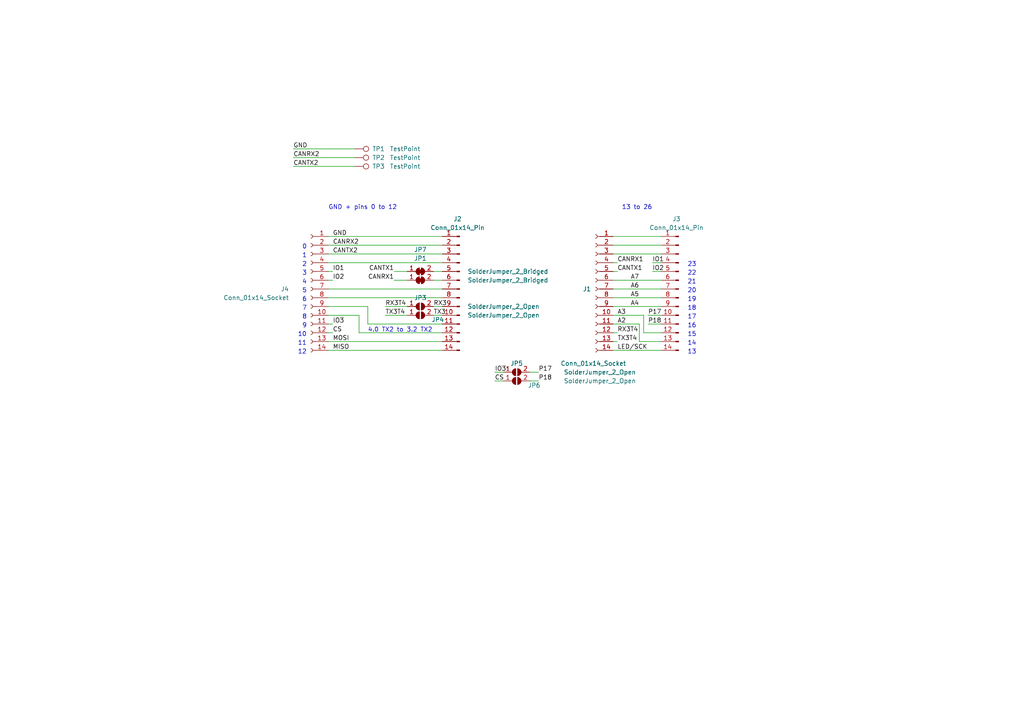
<source format=kicad_sch>
(kicad_sch (version 20230121) (generator eeschema)

  (uuid a15f0488-2f03-4fa0-a88c-aed6c7b384e8)

  (paper "A4")

  (lib_symbols
    (symbol "Connector:Conn_01x14_Pin" (pin_names (offset 1.016) hide) (in_bom yes) (on_board yes)
      (property "Reference" "J" (at 0 17.78 0)
        (effects (font (size 1.27 1.27)))
      )
      (property "Value" "Conn_01x14_Pin" (at 0 -20.32 0)
        (effects (font (size 1.27 1.27)))
      )
      (property "Footprint" "" (at 0 0 0)
        (effects (font (size 1.27 1.27)) hide)
      )
      (property "Datasheet" "~" (at 0 0 0)
        (effects (font (size 1.27 1.27)) hide)
      )
      (property "ki_locked" "" (at 0 0 0)
        (effects (font (size 1.27 1.27)))
      )
      (property "ki_keywords" "connector" (at 0 0 0)
        (effects (font (size 1.27 1.27)) hide)
      )
      (property "ki_description" "Generic connector, single row, 01x14, script generated" (at 0 0 0)
        (effects (font (size 1.27 1.27)) hide)
      )
      (property "ki_fp_filters" "Connector*:*_1x??_*" (at 0 0 0)
        (effects (font (size 1.27 1.27)) hide)
      )
      (symbol "Conn_01x14_Pin_1_1"
        (polyline
          (pts
            (xy 1.27 -17.78)
            (xy 0.8636 -17.78)
          )
          (stroke (width 0.1524) (type default))
          (fill (type none))
        )
        (polyline
          (pts
            (xy 1.27 -15.24)
            (xy 0.8636 -15.24)
          )
          (stroke (width 0.1524) (type default))
          (fill (type none))
        )
        (polyline
          (pts
            (xy 1.27 -12.7)
            (xy 0.8636 -12.7)
          )
          (stroke (width 0.1524) (type default))
          (fill (type none))
        )
        (polyline
          (pts
            (xy 1.27 -10.16)
            (xy 0.8636 -10.16)
          )
          (stroke (width 0.1524) (type default))
          (fill (type none))
        )
        (polyline
          (pts
            (xy 1.27 -7.62)
            (xy 0.8636 -7.62)
          )
          (stroke (width 0.1524) (type default))
          (fill (type none))
        )
        (polyline
          (pts
            (xy 1.27 -5.08)
            (xy 0.8636 -5.08)
          )
          (stroke (width 0.1524) (type default))
          (fill (type none))
        )
        (polyline
          (pts
            (xy 1.27 -2.54)
            (xy 0.8636 -2.54)
          )
          (stroke (width 0.1524) (type default))
          (fill (type none))
        )
        (polyline
          (pts
            (xy 1.27 0)
            (xy 0.8636 0)
          )
          (stroke (width 0.1524) (type default))
          (fill (type none))
        )
        (polyline
          (pts
            (xy 1.27 2.54)
            (xy 0.8636 2.54)
          )
          (stroke (width 0.1524) (type default))
          (fill (type none))
        )
        (polyline
          (pts
            (xy 1.27 5.08)
            (xy 0.8636 5.08)
          )
          (stroke (width 0.1524) (type default))
          (fill (type none))
        )
        (polyline
          (pts
            (xy 1.27 7.62)
            (xy 0.8636 7.62)
          )
          (stroke (width 0.1524) (type default))
          (fill (type none))
        )
        (polyline
          (pts
            (xy 1.27 10.16)
            (xy 0.8636 10.16)
          )
          (stroke (width 0.1524) (type default))
          (fill (type none))
        )
        (polyline
          (pts
            (xy 1.27 12.7)
            (xy 0.8636 12.7)
          )
          (stroke (width 0.1524) (type default))
          (fill (type none))
        )
        (polyline
          (pts
            (xy 1.27 15.24)
            (xy 0.8636 15.24)
          )
          (stroke (width 0.1524) (type default))
          (fill (type none))
        )
        (rectangle (start 0.8636 -17.653) (end 0 -17.907)
          (stroke (width 0.1524) (type default))
          (fill (type outline))
        )
        (rectangle (start 0.8636 -15.113) (end 0 -15.367)
          (stroke (width 0.1524) (type default))
          (fill (type outline))
        )
        (rectangle (start 0.8636 -12.573) (end 0 -12.827)
          (stroke (width 0.1524) (type default))
          (fill (type outline))
        )
        (rectangle (start 0.8636 -10.033) (end 0 -10.287)
          (stroke (width 0.1524) (type default))
          (fill (type outline))
        )
        (rectangle (start 0.8636 -7.493) (end 0 -7.747)
          (stroke (width 0.1524) (type default))
          (fill (type outline))
        )
        (rectangle (start 0.8636 -4.953) (end 0 -5.207)
          (stroke (width 0.1524) (type default))
          (fill (type outline))
        )
        (rectangle (start 0.8636 -2.413) (end 0 -2.667)
          (stroke (width 0.1524) (type default))
          (fill (type outline))
        )
        (rectangle (start 0.8636 0.127) (end 0 -0.127)
          (stroke (width 0.1524) (type default))
          (fill (type outline))
        )
        (rectangle (start 0.8636 2.667) (end 0 2.413)
          (stroke (width 0.1524) (type default))
          (fill (type outline))
        )
        (rectangle (start 0.8636 5.207) (end 0 4.953)
          (stroke (width 0.1524) (type default))
          (fill (type outline))
        )
        (rectangle (start 0.8636 7.747) (end 0 7.493)
          (stroke (width 0.1524) (type default))
          (fill (type outline))
        )
        (rectangle (start 0.8636 10.287) (end 0 10.033)
          (stroke (width 0.1524) (type default))
          (fill (type outline))
        )
        (rectangle (start 0.8636 12.827) (end 0 12.573)
          (stroke (width 0.1524) (type default))
          (fill (type outline))
        )
        (rectangle (start 0.8636 15.367) (end 0 15.113)
          (stroke (width 0.1524) (type default))
          (fill (type outline))
        )
        (pin passive line (at 5.08 15.24 180) (length 3.81)
          (name "Pin_1" (effects (font (size 1.27 1.27))))
          (number "1" (effects (font (size 1.27 1.27))))
        )
        (pin passive line (at 5.08 -7.62 180) (length 3.81)
          (name "Pin_10" (effects (font (size 1.27 1.27))))
          (number "10" (effects (font (size 1.27 1.27))))
        )
        (pin passive line (at 5.08 -10.16 180) (length 3.81)
          (name "Pin_11" (effects (font (size 1.27 1.27))))
          (number "11" (effects (font (size 1.27 1.27))))
        )
        (pin passive line (at 5.08 -12.7 180) (length 3.81)
          (name "Pin_12" (effects (font (size 1.27 1.27))))
          (number "12" (effects (font (size 1.27 1.27))))
        )
        (pin passive line (at 5.08 -15.24 180) (length 3.81)
          (name "Pin_13" (effects (font (size 1.27 1.27))))
          (number "13" (effects (font (size 1.27 1.27))))
        )
        (pin passive line (at 5.08 -17.78 180) (length 3.81)
          (name "Pin_14" (effects (font (size 1.27 1.27))))
          (number "14" (effects (font (size 1.27 1.27))))
        )
        (pin passive line (at 5.08 12.7 180) (length 3.81)
          (name "Pin_2" (effects (font (size 1.27 1.27))))
          (number "2" (effects (font (size 1.27 1.27))))
        )
        (pin passive line (at 5.08 10.16 180) (length 3.81)
          (name "Pin_3" (effects (font (size 1.27 1.27))))
          (number "3" (effects (font (size 1.27 1.27))))
        )
        (pin passive line (at 5.08 7.62 180) (length 3.81)
          (name "Pin_4" (effects (font (size 1.27 1.27))))
          (number "4" (effects (font (size 1.27 1.27))))
        )
        (pin passive line (at 5.08 5.08 180) (length 3.81)
          (name "Pin_5" (effects (font (size 1.27 1.27))))
          (number "5" (effects (font (size 1.27 1.27))))
        )
        (pin passive line (at 5.08 2.54 180) (length 3.81)
          (name "Pin_6" (effects (font (size 1.27 1.27))))
          (number "6" (effects (font (size 1.27 1.27))))
        )
        (pin passive line (at 5.08 0 180) (length 3.81)
          (name "Pin_7" (effects (font (size 1.27 1.27))))
          (number "7" (effects (font (size 1.27 1.27))))
        )
        (pin passive line (at 5.08 -2.54 180) (length 3.81)
          (name "Pin_8" (effects (font (size 1.27 1.27))))
          (number "8" (effects (font (size 1.27 1.27))))
        )
        (pin passive line (at 5.08 -5.08 180) (length 3.81)
          (name "Pin_9" (effects (font (size 1.27 1.27))))
          (number "9" (effects (font (size 1.27 1.27))))
        )
      )
    )
    (symbol "Connector:Conn_01x14_Socket" (pin_names (offset 1.016) hide) (in_bom yes) (on_board yes)
      (property "Reference" "J" (at 0 17.78 0)
        (effects (font (size 1.27 1.27)))
      )
      (property "Value" "Conn_01x14_Socket" (at 0 -20.32 0)
        (effects (font (size 1.27 1.27)))
      )
      (property "Footprint" "" (at 0 0 0)
        (effects (font (size 1.27 1.27)) hide)
      )
      (property "Datasheet" "~" (at 0 0 0)
        (effects (font (size 1.27 1.27)) hide)
      )
      (property "ki_locked" "" (at 0 0 0)
        (effects (font (size 1.27 1.27)))
      )
      (property "ki_keywords" "connector" (at 0 0 0)
        (effects (font (size 1.27 1.27)) hide)
      )
      (property "ki_description" "Generic connector, single row, 01x14, script generated" (at 0 0 0)
        (effects (font (size 1.27 1.27)) hide)
      )
      (property "ki_fp_filters" "Connector*:*_1x??_*" (at 0 0 0)
        (effects (font (size 1.27 1.27)) hide)
      )
      (symbol "Conn_01x14_Socket_1_1"
        (arc (start 0 -17.272) (mid -0.5058 -17.78) (end 0 -18.288)
          (stroke (width 0.1524) (type default))
          (fill (type none))
        )
        (arc (start 0 -14.732) (mid -0.5058 -15.24) (end 0 -15.748)
          (stroke (width 0.1524) (type default))
          (fill (type none))
        )
        (arc (start 0 -12.192) (mid -0.5058 -12.7) (end 0 -13.208)
          (stroke (width 0.1524) (type default))
          (fill (type none))
        )
        (arc (start 0 -9.652) (mid -0.5058 -10.16) (end 0 -10.668)
          (stroke (width 0.1524) (type default))
          (fill (type none))
        )
        (arc (start 0 -7.112) (mid -0.5058 -7.62) (end 0 -8.128)
          (stroke (width 0.1524) (type default))
          (fill (type none))
        )
        (arc (start 0 -4.572) (mid -0.5058 -5.08) (end 0 -5.588)
          (stroke (width 0.1524) (type default))
          (fill (type none))
        )
        (arc (start 0 -2.032) (mid -0.5058 -2.54) (end 0 -3.048)
          (stroke (width 0.1524) (type default))
          (fill (type none))
        )
        (polyline
          (pts
            (xy -1.27 -17.78)
            (xy -0.508 -17.78)
          )
          (stroke (width 0.1524) (type default))
          (fill (type none))
        )
        (polyline
          (pts
            (xy -1.27 -15.24)
            (xy -0.508 -15.24)
          )
          (stroke (width 0.1524) (type default))
          (fill (type none))
        )
        (polyline
          (pts
            (xy -1.27 -12.7)
            (xy -0.508 -12.7)
          )
          (stroke (width 0.1524) (type default))
          (fill (type none))
        )
        (polyline
          (pts
            (xy -1.27 -10.16)
            (xy -0.508 -10.16)
          )
          (stroke (width 0.1524) (type default))
          (fill (type none))
        )
        (polyline
          (pts
            (xy -1.27 -7.62)
            (xy -0.508 -7.62)
          )
          (stroke (width 0.1524) (type default))
          (fill (type none))
        )
        (polyline
          (pts
            (xy -1.27 -5.08)
            (xy -0.508 -5.08)
          )
          (stroke (width 0.1524) (type default))
          (fill (type none))
        )
        (polyline
          (pts
            (xy -1.27 -2.54)
            (xy -0.508 -2.54)
          )
          (stroke (width 0.1524) (type default))
          (fill (type none))
        )
        (polyline
          (pts
            (xy -1.27 0)
            (xy -0.508 0)
          )
          (stroke (width 0.1524) (type default))
          (fill (type none))
        )
        (polyline
          (pts
            (xy -1.27 2.54)
            (xy -0.508 2.54)
          )
          (stroke (width 0.1524) (type default))
          (fill (type none))
        )
        (polyline
          (pts
            (xy -1.27 5.08)
            (xy -0.508 5.08)
          )
          (stroke (width 0.1524) (type default))
          (fill (type none))
        )
        (polyline
          (pts
            (xy -1.27 7.62)
            (xy -0.508 7.62)
          )
          (stroke (width 0.1524) (type default))
          (fill (type none))
        )
        (polyline
          (pts
            (xy -1.27 10.16)
            (xy -0.508 10.16)
          )
          (stroke (width 0.1524) (type default))
          (fill (type none))
        )
        (polyline
          (pts
            (xy -1.27 12.7)
            (xy -0.508 12.7)
          )
          (stroke (width 0.1524) (type default))
          (fill (type none))
        )
        (polyline
          (pts
            (xy -1.27 15.24)
            (xy -0.508 15.24)
          )
          (stroke (width 0.1524) (type default))
          (fill (type none))
        )
        (arc (start 0 0.508) (mid -0.5058 0) (end 0 -0.508)
          (stroke (width 0.1524) (type default))
          (fill (type none))
        )
        (arc (start 0 3.048) (mid -0.5058 2.54) (end 0 2.032)
          (stroke (width 0.1524) (type default))
          (fill (type none))
        )
        (arc (start 0 5.588) (mid -0.5058 5.08) (end 0 4.572)
          (stroke (width 0.1524) (type default))
          (fill (type none))
        )
        (arc (start 0 8.128) (mid -0.5058 7.62) (end 0 7.112)
          (stroke (width 0.1524) (type default))
          (fill (type none))
        )
        (arc (start 0 10.668) (mid -0.5058 10.16) (end 0 9.652)
          (stroke (width 0.1524) (type default))
          (fill (type none))
        )
        (arc (start 0 13.208) (mid -0.5058 12.7) (end 0 12.192)
          (stroke (width 0.1524) (type default))
          (fill (type none))
        )
        (arc (start 0 15.748) (mid -0.5058 15.24) (end 0 14.732)
          (stroke (width 0.1524) (type default))
          (fill (type none))
        )
        (pin passive line (at -5.08 15.24 0) (length 3.81)
          (name "Pin_1" (effects (font (size 1.27 1.27))))
          (number "1" (effects (font (size 1.27 1.27))))
        )
        (pin passive line (at -5.08 -7.62 0) (length 3.81)
          (name "Pin_10" (effects (font (size 1.27 1.27))))
          (number "10" (effects (font (size 1.27 1.27))))
        )
        (pin passive line (at -5.08 -10.16 0) (length 3.81)
          (name "Pin_11" (effects (font (size 1.27 1.27))))
          (number "11" (effects (font (size 1.27 1.27))))
        )
        (pin passive line (at -5.08 -12.7 0) (length 3.81)
          (name "Pin_12" (effects (font (size 1.27 1.27))))
          (number "12" (effects (font (size 1.27 1.27))))
        )
        (pin passive line (at -5.08 -15.24 0) (length 3.81)
          (name "Pin_13" (effects (font (size 1.27 1.27))))
          (number "13" (effects (font (size 1.27 1.27))))
        )
        (pin passive line (at -5.08 -17.78 0) (length 3.81)
          (name "Pin_14" (effects (font (size 1.27 1.27))))
          (number "14" (effects (font (size 1.27 1.27))))
        )
        (pin passive line (at -5.08 12.7 0) (length 3.81)
          (name "Pin_2" (effects (font (size 1.27 1.27))))
          (number "2" (effects (font (size 1.27 1.27))))
        )
        (pin passive line (at -5.08 10.16 0) (length 3.81)
          (name "Pin_3" (effects (font (size 1.27 1.27))))
          (number "3" (effects (font (size 1.27 1.27))))
        )
        (pin passive line (at -5.08 7.62 0) (length 3.81)
          (name "Pin_4" (effects (font (size 1.27 1.27))))
          (number "4" (effects (font (size 1.27 1.27))))
        )
        (pin passive line (at -5.08 5.08 0) (length 3.81)
          (name "Pin_5" (effects (font (size 1.27 1.27))))
          (number "5" (effects (font (size 1.27 1.27))))
        )
        (pin passive line (at -5.08 2.54 0) (length 3.81)
          (name "Pin_6" (effects (font (size 1.27 1.27))))
          (number "6" (effects (font (size 1.27 1.27))))
        )
        (pin passive line (at -5.08 0 0) (length 3.81)
          (name "Pin_7" (effects (font (size 1.27 1.27))))
          (number "7" (effects (font (size 1.27 1.27))))
        )
        (pin passive line (at -5.08 -2.54 0) (length 3.81)
          (name "Pin_8" (effects (font (size 1.27 1.27))))
          (number "8" (effects (font (size 1.27 1.27))))
        )
        (pin passive line (at -5.08 -5.08 0) (length 3.81)
          (name "Pin_9" (effects (font (size 1.27 1.27))))
          (number "9" (effects (font (size 1.27 1.27))))
        )
      )
    )
    (symbol "Connector:TestPoint" (pin_numbers hide) (pin_names (offset 0.762) hide) (in_bom yes) (on_board yes)
      (property "Reference" "TP" (at 0 6.858 0)
        (effects (font (size 1.27 1.27)))
      )
      (property "Value" "TestPoint" (at 0 5.08 0)
        (effects (font (size 1.27 1.27)))
      )
      (property "Footprint" "" (at 5.08 0 0)
        (effects (font (size 1.27 1.27)) hide)
      )
      (property "Datasheet" "~" (at 5.08 0 0)
        (effects (font (size 1.27 1.27)) hide)
      )
      (property "ki_keywords" "test point tp" (at 0 0 0)
        (effects (font (size 1.27 1.27)) hide)
      )
      (property "ki_description" "test point" (at 0 0 0)
        (effects (font (size 1.27 1.27)) hide)
      )
      (property "ki_fp_filters" "Pin* Test*" (at 0 0 0)
        (effects (font (size 1.27 1.27)) hide)
      )
      (symbol "TestPoint_0_1"
        (circle (center 0 3.302) (radius 0.762)
          (stroke (width 0) (type default))
          (fill (type none))
        )
      )
      (symbol "TestPoint_1_1"
        (pin passive line (at 0 0 90) (length 2.54)
          (name "1" (effects (font (size 1.27 1.27))))
          (number "1" (effects (font (size 1.27 1.27))))
        )
      )
    )
    (symbol "Jumper:SolderJumper_2_Bridged" (pin_names (offset 0) hide) (in_bom yes) (on_board yes)
      (property "Reference" "JP" (at 0 2.032 0)
        (effects (font (size 1.27 1.27)))
      )
      (property "Value" "SolderJumper_2_Bridged" (at 0 -2.54 0)
        (effects (font (size 1.27 1.27)))
      )
      (property "Footprint" "" (at 0 0 0)
        (effects (font (size 1.27 1.27)) hide)
      )
      (property "Datasheet" "~" (at 0 0 0)
        (effects (font (size 1.27 1.27)) hide)
      )
      (property "ki_keywords" "solder jumper SPST" (at 0 0 0)
        (effects (font (size 1.27 1.27)) hide)
      )
      (property "ki_description" "Solder Jumper, 2-pole, closed/bridged" (at 0 0 0)
        (effects (font (size 1.27 1.27)) hide)
      )
      (property "ki_fp_filters" "SolderJumper*Bridged*" (at 0 0 0)
        (effects (font (size 1.27 1.27)) hide)
      )
      (symbol "SolderJumper_2_Bridged_0_1"
        (rectangle (start -0.508 0.508) (end 0.508 -0.508)
          (stroke (width 0) (type default))
          (fill (type outline))
        )
        (arc (start -0.254 1.016) (mid -1.2656 0) (end -0.254 -1.016)
          (stroke (width 0) (type default))
          (fill (type none))
        )
        (arc (start -0.254 1.016) (mid -1.2656 0) (end -0.254 -1.016)
          (stroke (width 0) (type default))
          (fill (type outline))
        )
        (polyline
          (pts
            (xy -0.254 1.016)
            (xy -0.254 -1.016)
          )
          (stroke (width 0) (type default))
          (fill (type none))
        )
        (polyline
          (pts
            (xy 0.254 1.016)
            (xy 0.254 -1.016)
          )
          (stroke (width 0) (type default))
          (fill (type none))
        )
        (arc (start 0.254 -1.016) (mid 1.2656 0) (end 0.254 1.016)
          (stroke (width 0) (type default))
          (fill (type none))
        )
        (arc (start 0.254 -1.016) (mid 1.2656 0) (end 0.254 1.016)
          (stroke (width 0) (type default))
          (fill (type outline))
        )
      )
      (symbol "SolderJumper_2_Bridged_1_1"
        (pin passive line (at -3.81 0 0) (length 2.54)
          (name "A" (effects (font (size 1.27 1.27))))
          (number "1" (effects (font (size 1.27 1.27))))
        )
        (pin passive line (at 3.81 0 180) (length 2.54)
          (name "B" (effects (font (size 1.27 1.27))))
          (number "2" (effects (font (size 1.27 1.27))))
        )
      )
    )
    (symbol "Jumper:SolderJumper_2_Open" (pin_names (offset 0) hide) (in_bom yes) (on_board yes)
      (property "Reference" "JP" (at 0 2.032 0)
        (effects (font (size 1.27 1.27)))
      )
      (property "Value" "SolderJumper_2_Open" (at 0 -2.54 0)
        (effects (font (size 1.27 1.27)))
      )
      (property "Footprint" "" (at 0 0 0)
        (effects (font (size 1.27 1.27)) hide)
      )
      (property "Datasheet" "~" (at 0 0 0)
        (effects (font (size 1.27 1.27)) hide)
      )
      (property "ki_keywords" "solder jumper SPST" (at 0 0 0)
        (effects (font (size 1.27 1.27)) hide)
      )
      (property "ki_description" "Solder Jumper, 2-pole, open" (at 0 0 0)
        (effects (font (size 1.27 1.27)) hide)
      )
      (property "ki_fp_filters" "SolderJumper*Open*" (at 0 0 0)
        (effects (font (size 1.27 1.27)) hide)
      )
      (symbol "SolderJumper_2_Open_0_1"
        (arc (start -0.254 1.016) (mid -1.2656 0) (end -0.254 -1.016)
          (stroke (width 0) (type default))
          (fill (type none))
        )
        (arc (start -0.254 1.016) (mid -1.2656 0) (end -0.254 -1.016)
          (stroke (width 0) (type default))
          (fill (type outline))
        )
        (polyline
          (pts
            (xy -0.254 1.016)
            (xy -0.254 -1.016)
          )
          (stroke (width 0) (type default))
          (fill (type none))
        )
        (polyline
          (pts
            (xy 0.254 1.016)
            (xy 0.254 -1.016)
          )
          (stroke (width 0) (type default))
          (fill (type none))
        )
        (arc (start 0.254 -1.016) (mid 1.2656 0) (end 0.254 1.016)
          (stroke (width 0) (type default))
          (fill (type none))
        )
        (arc (start 0.254 -1.016) (mid 1.2656 0) (end 0.254 1.016)
          (stroke (width 0) (type default))
          (fill (type outline))
        )
      )
      (symbol "SolderJumper_2_Open_1_1"
        (pin passive line (at -3.81 0 0) (length 2.54)
          (name "A" (effects (font (size 1.27 1.27))))
          (number "1" (effects (font (size 1.27 1.27))))
        )
        (pin passive line (at 3.81 0 180) (length 2.54)
          (name "B" (effects (font (size 1.27 1.27))))
          (number "2" (effects (font (size 1.27 1.27))))
        )
      )
    )
  )


  (wire (pts (xy 114.3 78.74) (xy 118.11 78.74))
    (stroke (width 0) (type default))
    (uuid 00599833-256f-47f1-a3fc-5d5e6232a6ef)
  )
  (wire (pts (xy 95.25 71.12) (xy 128.27 71.12))
    (stroke (width 0) (type default))
    (uuid 0c80ab70-0719-4d53-8489-7e3753bfc1e7)
  )
  (wire (pts (xy 85.09 48.26) (xy 102.87 48.26))
    (stroke (width 0) (type default))
    (uuid 13cfc4e9-bc55-46e1-a728-d577425fc1bd)
  )
  (wire (pts (xy 143.51 107.95) (xy 146.05 107.95))
    (stroke (width 0) (type default))
    (uuid 16cc6383-83e3-4d5e-9f90-655340a8f4b9)
  )
  (wire (pts (xy 95.25 73.66) (xy 128.27 73.66))
    (stroke (width 0) (type default))
    (uuid 1866d472-cb3e-4d98-87de-064f6788d853)
  )
  (wire (pts (xy 106.68 93.98) (xy 128.27 93.98))
    (stroke (width 0) (type default))
    (uuid 186aab84-099d-4461-a0e4-f5b4c2cc8b75)
  )
  (wire (pts (xy 111.76 88.9) (xy 118.11 88.9))
    (stroke (width 0) (type default))
    (uuid 1c998a26-be5d-4393-ba34-b135796c8ada)
  )
  (wire (pts (xy 177.8 76.2) (xy 179.07 76.2))
    (stroke (width 0) (type default))
    (uuid 1f239ecb-6808-4490-8eab-bad5ead2cbd8)
  )
  (wire (pts (xy 95.25 101.6) (xy 128.27 101.6))
    (stroke (width 0) (type default))
    (uuid 26ea9acf-2199-4a49-9fe2-1f07aadf1962)
  )
  (wire (pts (xy 177.8 86.36) (xy 191.77 86.36))
    (stroke (width 0) (type default))
    (uuid 27c6c5bd-dc7f-4fa5-aa0b-c49f18a2db4f)
  )
  (wire (pts (xy 125.73 91.44) (xy 128.27 91.44))
    (stroke (width 0) (type default))
    (uuid 34f59905-3efa-4ed4-9d92-bb35f62b6e5d)
  )
  (wire (pts (xy 95.25 76.2) (xy 128.27 76.2))
    (stroke (width 0) (type default))
    (uuid 379a37fe-33a6-4696-a7e5-698f3dbb921e)
  )
  (wire (pts (xy 186.69 91.44) (xy 186.69 96.52))
    (stroke (width 0) (type default))
    (uuid 3de643b6-9fdc-4800-a838-a9ba58922ddb)
  )
  (wire (pts (xy 114.3 81.28) (xy 118.11 81.28))
    (stroke (width 0) (type default))
    (uuid 4003378f-8505-49c2-83a2-a392879ae74c)
  )
  (wire (pts (xy 189.23 78.74) (xy 191.77 78.74))
    (stroke (width 0) (type default))
    (uuid 46ad665f-831c-4536-99a8-6670107d17b7)
  )
  (wire (pts (xy 185.42 99.06) (xy 185.42 93.98))
    (stroke (width 0) (type default))
    (uuid 4bb6051e-0650-463e-9af1-bb86fa6e7927)
  )
  (wire (pts (xy 185.42 99.06) (xy 191.77 99.06))
    (stroke (width 0) (type default))
    (uuid 5525ba5e-47ab-453b-8371-be37b6e823b6)
  )
  (wire (pts (xy 95.25 86.36) (xy 128.27 86.36))
    (stroke (width 0) (type default))
    (uuid 611a113e-4f32-4c5f-b40b-7bdb6152cb3f)
  )
  (wire (pts (xy 186.69 96.52) (xy 191.77 96.52))
    (stroke (width 0) (type default))
    (uuid 67421baf-9b91-4be6-98a3-2563616d47fb)
  )
  (wire (pts (xy 153.67 110.49) (xy 156.21 110.49))
    (stroke (width 0) (type default))
    (uuid 685b495a-1053-4659-9c0c-a5142386394d)
  )
  (wire (pts (xy 85.09 43.18) (xy 102.87 43.18))
    (stroke (width 0) (type default))
    (uuid 69049051-54ae-408f-8d3f-3b93264515b6)
  )
  (wire (pts (xy 125.73 88.9) (xy 128.27 88.9))
    (stroke (width 0) (type default))
    (uuid 6910fe22-e012-47aa-b8f9-1bd33dafac59)
  )
  (wire (pts (xy 95.25 81.28) (xy 96.52 81.28))
    (stroke (width 0) (type default))
    (uuid 6a0294e7-f367-4712-b0cb-704a783cefc6)
  )
  (wire (pts (xy 95.25 96.52) (xy 96.52 96.52))
    (stroke (width 0) (type default))
    (uuid 6f0710da-027c-4c75-a403-96df64e90a11)
  )
  (wire (pts (xy 104.14 91.44) (xy 104.14 96.52))
    (stroke (width 0) (type default))
    (uuid 78bdbce3-88e6-48fc-a159-3481a64c3675)
  )
  (wire (pts (xy 177.8 71.12) (xy 191.77 71.12))
    (stroke (width 0) (type default))
    (uuid 794fcc6d-f266-4947-a0cb-6d030fcebdd0)
  )
  (wire (pts (xy 95.25 93.98) (xy 96.52 93.98))
    (stroke (width 0) (type default))
    (uuid 7fc19b97-6565-42b8-8d5e-388bf6d3c0b8)
  )
  (wire (pts (xy 177.8 88.9) (xy 191.77 88.9))
    (stroke (width 0) (type default))
    (uuid 818cf48c-b577-456c-ae69-29547fa01aa6)
  )
  (wire (pts (xy 177.8 96.52) (xy 179.07 96.52))
    (stroke (width 0) (type default))
    (uuid 829d382d-5471-4834-abce-23e0bdde05cd)
  )
  (wire (pts (xy 95.25 99.06) (xy 128.27 99.06))
    (stroke (width 0) (type default))
    (uuid 8be095ad-f602-44fc-82b6-eb1be31faeec)
  )
  (wire (pts (xy 177.8 78.74) (xy 179.07 78.74))
    (stroke (width 0) (type default))
    (uuid 904ce399-77e6-40d9-a3e5-26e7824e8e84)
  )
  (wire (pts (xy 187.96 91.44) (xy 191.77 91.44))
    (stroke (width 0) (type default))
    (uuid 917b7015-0ea1-4338-b525-5fbae57073cc)
  )
  (wire (pts (xy 95.25 91.44) (xy 104.14 91.44))
    (stroke (width 0) (type default))
    (uuid 92023e93-f048-4d8e-bef4-ee2eaac2e29d)
  )
  (wire (pts (xy 85.09 45.72) (xy 102.87 45.72))
    (stroke (width 0) (type default))
    (uuid 9c92ef51-62ca-4b1a-938d-06207b0ba574)
  )
  (wire (pts (xy 104.14 96.52) (xy 128.27 96.52))
    (stroke (width 0) (type default))
    (uuid 9cb06ce9-4c12-46d4-af65-8e3816dbf11d)
  )
  (wire (pts (xy 153.67 107.95) (xy 156.21 107.95))
    (stroke (width 0) (type default))
    (uuid a1d5ebd1-c226-494b-9505-a6cd550791da)
  )
  (wire (pts (xy 95.25 78.74) (xy 96.52 78.74))
    (stroke (width 0) (type default))
    (uuid a2d6d9a8-553b-432e-aa0c-4661d81727cc)
  )
  (wire (pts (xy 189.23 76.2) (xy 191.77 76.2))
    (stroke (width 0) (type default))
    (uuid aabc35f1-0f90-4b45-b68b-fd1cbbef5056)
  )
  (wire (pts (xy 177.8 91.44) (xy 186.69 91.44))
    (stroke (width 0) (type default))
    (uuid abd42600-5a31-48f9-95d6-2d237aaf901c)
  )
  (wire (pts (xy 177.8 99.06) (xy 179.07 99.06))
    (stroke (width 0) (type default))
    (uuid addd422a-1552-45ab-9fcd-6bf1e2a31660)
  )
  (wire (pts (xy 177.8 68.58) (xy 191.77 68.58))
    (stroke (width 0) (type default))
    (uuid bbcd381a-e0ee-46a7-a7f6-20a31faeb572)
  )
  (wire (pts (xy 177.8 83.82) (xy 191.77 83.82))
    (stroke (width 0) (type default))
    (uuid c07c4b1d-7263-423e-8bf4-6765783b92ff)
  )
  (wire (pts (xy 111.76 91.44) (xy 118.11 91.44))
    (stroke (width 0) (type default))
    (uuid c6322e6c-56d8-4f85-8225-b3b17b9950a1)
  )
  (wire (pts (xy 106.68 88.9) (xy 106.68 93.98))
    (stroke (width 0) (type default))
    (uuid c86b2092-553e-4961-b452-8f783afa9c83)
  )
  (wire (pts (xy 143.51 110.49) (xy 146.05 110.49))
    (stroke (width 0) (type default))
    (uuid ca2fb897-c8bc-4849-8931-b4c3caa81832)
  )
  (wire (pts (xy 125.73 81.28) (xy 128.27 81.28))
    (stroke (width 0) (type default))
    (uuid dc1ab572-1732-486c-b0b6-bc6dbbc4b073)
  )
  (wire (pts (xy 187.96 93.98) (xy 191.77 93.98))
    (stroke (width 0) (type default))
    (uuid dfee891d-f9ed-40b0-aafd-f4285933dfb1)
  )
  (wire (pts (xy 177.8 93.98) (xy 185.42 93.98))
    (stroke (width 0) (type default))
    (uuid e3cf2014-c2d2-438c-942a-6fa28bbbcce1)
  )
  (wire (pts (xy 177.8 101.6) (xy 191.77 101.6))
    (stroke (width 0) (type default))
    (uuid e6f48f1d-cf28-4001-8010-fb8fc355e1bf)
  )
  (wire (pts (xy 125.73 78.74) (xy 128.27 78.74))
    (stroke (width 0) (type default))
    (uuid e758a275-aa88-4a44-af93-890f2b928403)
  )
  (wire (pts (xy 177.8 81.28) (xy 191.77 81.28))
    (stroke (width 0) (type default))
    (uuid efb0de8d-1684-4f70-a0e1-4ba287d1b3bf)
  )
  (wire (pts (xy 95.25 68.58) (xy 128.27 68.58))
    (stroke (width 0) (type default))
    (uuid f2541dd2-480f-49df-bd18-3c7611e9496c)
  )
  (wire (pts (xy 95.25 88.9) (xy 106.68 88.9))
    (stroke (width 0) (type default))
    (uuid f4039c75-73f6-4226-9424-671d92141443)
  )
  (wire (pts (xy 95.25 83.82) (xy 128.27 83.82))
    (stroke (width 0) (type default))
    (uuid fb457c7a-5dc1-4470-9ee5-e2dd19cfa24b)
  )
  (wire (pts (xy 177.8 73.66) (xy 191.77 73.66))
    (stroke (width 0) (type default))
    (uuid ffdd1417-7184-4e2b-9784-d2fc21b31449)
  )

  (text "GND + pins 0 to 12" (at 95.25 60.96 0)
    (effects (font (size 1.27 1.27)) (justify left bottom))
    (uuid 0b0e1285-d5c2-4129-91a5-9039ab759f5a)
  )
  (text "9" (at 87.63 95.25 0)
    (effects (font (size 1.27 1.27)) (justify left bottom))
    (uuid 0cb980d8-9ace-49d4-8d5b-00167f185001)
  )
  (text "4" (at 87.63 82.55 0)
    (effects (font (size 1.27 1.27)) (justify left bottom))
    (uuid 1055fc71-8bf0-4d56-a158-837a9b701bfc)
  )
  (text "18" (at 199.39 90.17 0)
    (effects (font (size 1.27 1.27)) (justify left bottom))
    (uuid 158e6598-c5d5-4fa2-a1d8-1c56999c8c88)
  )
  (text "17" (at 199.39 92.71 0)
    (effects (font (size 1.27 1.27)) (justify left bottom))
    (uuid 1fbfd34f-7581-4c99-bad2-2b214791f1d1)
  )
  (text "21" (at 199.39 82.55 0)
    (effects (font (size 1.27 1.27)) (justify left bottom))
    (uuid 4ccd6dc1-8062-4a5d-95f7-d5ba9bd38742)
  )
  (text "0" (at 87.63 72.39 0)
    (effects (font (size 1.27 1.27)) (justify left bottom))
    (uuid 5170890b-a1cc-48c6-82fc-d9a30d568e61)
  )
  (text "12" (at 86.36 102.87 0)
    (effects (font (size 1.27 1.27)) (justify left bottom))
    (uuid 5aa966f4-8a51-4dd0-9cfb-f00e11060886)
  )
  (text "2" (at 87.63 77.47 0)
    (effects (font (size 1.27 1.27)) (justify left bottom))
    (uuid 703ed75e-9a91-46e3-975f-8b14bfcf6227)
  )
  (text "3" (at 87.63 80.01 0)
    (effects (font (size 1.27 1.27)) (justify left bottom))
    (uuid 78ee96b9-ee91-43bb-a5fd-78cf474ebd37)
  )
  (text "14" (at 199.39 100.33 0)
    (effects (font (size 1.27 1.27)) (justify left bottom))
    (uuid 7a25611c-e788-43d6-9d3d-acdfcabe96ad)
  )
  (text "20" (at 199.39 85.09 0)
    (effects (font (size 1.27 1.27)) (justify left bottom))
    (uuid 859fddcd-ecc2-4dcb-b620-4383e49de378)
  )
  (text "10" (at 86.36 97.79 0)
    (effects (font (size 1.27 1.27)) (justify left bottom))
    (uuid 864d9b13-0e51-4196-954f-c565e852d2fe)
  )
  (text "4.0 TX2 to 3.2 TX2" (at 106.68 96.52 0)
    (effects (font (size 1.27 1.27)) (justify left bottom))
    (uuid 8a1c246c-414b-43db-8564-47176b4cab5c)
  )
  (text "6" (at 87.63 87.63 0)
    (effects (font (size 1.27 1.27)) (justify left bottom))
    (uuid 8be205ea-e53b-4f77-9ad4-6c2c93bacf50)
  )
  (text "13" (at 199.39 102.87 0)
    (effects (font (size 1.27 1.27)) (justify left bottom))
    (uuid a7ec2f54-db5b-484e-8aca-bc611d2ac941)
  )
  (text "1" (at 87.63 74.93 0)
    (effects (font (size 1.27 1.27)) (justify left bottom))
    (uuid ae289b1f-242b-412a-af57-6546a1c6aa0a)
  )
  (text "22" (at 199.39 80.01 0)
    (effects (font (size 1.27 1.27)) (justify left bottom))
    (uuid b47868cf-7310-4d98-bc1b-34e1a6e46a57)
  )
  (text "15" (at 199.39 97.79 0)
    (effects (font (size 1.27 1.27)) (justify left bottom))
    (uuid b8721446-fb65-401e-8177-e4cd80dc0dfa)
  )
  (text "13 to 26" (at 180.34 60.96 0)
    (effects (font (size 1.27 1.27)) (justify left bottom))
    (uuid c47fa903-eb23-46d6-b751-ffbf20084184)
  )
  (text "7" (at 87.63 90.17 0)
    (effects (font (size 1.27 1.27)) (justify left bottom))
    (uuid c524cfc3-6a10-4da6-9136-9495f22f9bbc)
  )
  (text "23" (at 199.39 77.47 0)
    (effects (font (size 1.27 1.27)) (justify left bottom))
    (uuid c95aa38f-a3d1-4415-a104-b7deec2ea5c8)
  )
  (text "11" (at 86.36 100.33 0)
    (effects (font (size 1.27 1.27)) (justify left bottom))
    (uuid cbfcdaba-53c4-45ea-8b99-9151e633362e)
  )
  (text "8" (at 87.63 92.71 0)
    (effects (font (size 1.27 1.27)) (justify left bottom))
    (uuid dfe61f9d-d399-4340-b293-f9246e336a3a)
  )
  (text "19" (at 199.39 87.63 0)
    (effects (font (size 1.27 1.27)) (justify left bottom))
    (uuid e412f499-e6f2-4133-9d0d-0a35cdffdfb2)
  )
  (text "5" (at 87.63 85.09 0)
    (effects (font (size 1.27 1.27)) (justify left bottom))
    (uuid f0ec8f5b-32e6-4c32-a04e-552aa34b4441)
  )
  (text "16" (at 199.39 95.25 0)
    (effects (font (size 1.27 1.27)) (justify left bottom))
    (uuid fe014988-8034-40ca-aa38-b79811dc7c30)
  )

  (label "CANRX2" (at 85.09 45.72 0) (fields_autoplaced)
    (effects (font (size 1.27 1.27)) (justify left bottom))
    (uuid 0377457c-9a15-4411-99f8-d6ebe89d2afc)
  )
  (label "A3" (at 179.07 91.44 0) (fields_autoplaced)
    (effects (font (size 1.27 1.27)) (justify left bottom))
    (uuid 078aa651-f14c-4404-af55-0f1b5b55ed76)
  )
  (label "A6" (at 182.88 83.82 0) (fields_autoplaced)
    (effects (font (size 1.27 1.27)) (justify left bottom))
    (uuid 07bd3e4c-65f0-460c-921e-bb2a87abb376)
  )
  (label "CANTX2" (at 96.52 73.66 0) (fields_autoplaced)
    (effects (font (size 1.27 1.27)) (justify left bottom))
    (uuid 10801129-3054-4390-ae9e-225fe4c6ee24)
  )
  (label "CANRX1" (at 114.3 81.28 180) (fields_autoplaced)
    (effects (font (size 1.27 1.27)) (justify right bottom))
    (uuid 19098cf5-c7bf-44ea-8dff-a07b7596fb5f)
  )
  (label "GND" (at 85.09 43.18 0) (fields_autoplaced)
    (effects (font (size 1.27 1.27)) (justify left bottom))
    (uuid 2129c362-dfdd-480b-aa6e-a19ce615efc8)
  )
  (label "LED{slash}SCK" (at 179.07 101.6 0) (fields_autoplaced)
    (effects (font (size 1.27 1.27)) (justify left bottom))
    (uuid 2264a0a7-1ee3-4695-a3a6-6ffd4202d7f6)
  )
  (label "A7" (at 182.88 81.28 0) (fields_autoplaced)
    (effects (font (size 1.27 1.27)) (justify left bottom))
    (uuid 2a33df6a-36f1-4afc-9565-4b78d2086c5c)
  )
  (label "TX3T4" (at 179.07 99.06 0) (fields_autoplaced)
    (effects (font (size 1.27 1.27)) (justify left bottom))
    (uuid 306c0865-a75c-48e5-ab6f-36edbc9d61a6)
  )
  (label "CANTX1" (at 114.3 78.74 180) (fields_autoplaced)
    (effects (font (size 1.27 1.27)) (justify right bottom))
    (uuid 339ca035-0641-4b3a-806e-198de861b760)
  )
  (label "CS" (at 96.52 96.52 0) (fields_autoplaced)
    (effects (font (size 1.27 1.27)) (justify left bottom))
    (uuid 3b0b8f68-abf6-47d2-8355-0cf5d8ade504)
  )
  (label "TX3" (at 125.73 91.44 0) (fields_autoplaced)
    (effects (font (size 1.27 1.27)) (justify left bottom))
    (uuid 41752455-d36f-4384-bca4-268feef3872d)
  )
  (label "CANTX1" (at 179.07 78.74 0) (fields_autoplaced)
    (effects (font (size 1.27 1.27)) (justify left bottom))
    (uuid 43e0fff4-96ff-4560-be2b-a765723ec28a)
  )
  (label "IO1" (at 96.52 78.74 0) (fields_autoplaced)
    (effects (font (size 1.27 1.27)) (justify left bottom))
    (uuid 4562d2e1-7eb2-4536-a73a-799cc2d3aee1)
  )
  (label "P18" (at 156.21 110.49 0) (fields_autoplaced)
    (effects (font (size 1.27 1.27)) (justify left bottom))
    (uuid 5bc06544-0d54-4b19-b9db-b5e9d7fd9ecb)
  )
  (label "CANTX2" (at 85.09 48.26 0) (fields_autoplaced)
    (effects (font (size 1.27 1.27)) (justify left bottom))
    (uuid 5bdb0492-511e-40cc-bf81-b5804b84b828)
  )
  (label "IO2" (at 96.52 81.28 0) (fields_autoplaced)
    (effects (font (size 1.27 1.27)) (justify left bottom))
    (uuid 5c2edbcb-a0ee-46c4-901f-92f2275e1f7b)
  )
  (label "A4" (at 182.88 88.9 0) (fields_autoplaced)
    (effects (font (size 1.27 1.27)) (justify left bottom))
    (uuid 676386a5-c8ef-4c8b-8cfe-3ed9de7f625c)
  )
  (label "IO3" (at 143.51 107.95 0) (fields_autoplaced)
    (effects (font (size 1.27 1.27)) (justify left bottom))
    (uuid 6a65e047-4476-4af2-bf09-22f9ff7ae4da)
  )
  (label "IO3" (at 96.52 93.98 0) (fields_autoplaced)
    (effects (font (size 1.27 1.27)) (justify left bottom))
    (uuid 754755a9-a1b0-4a4e-8cb9-69a48e6403e9)
  )
  (label "IO1" (at 189.23 76.2 0) (fields_autoplaced)
    (effects (font (size 1.27 1.27)) (justify left bottom))
    (uuid 76bd501e-185e-4e48-bf86-9c7bd6ffa47f)
  )
  (label "TX3T4" (at 111.76 91.44 0) (fields_autoplaced)
    (effects (font (size 1.27 1.27)) (justify left bottom))
    (uuid 8013ad61-3f1b-43ad-ad54-228ee56583c5)
  )
  (label "IO2" (at 189.23 78.74 0) (fields_autoplaced)
    (effects (font (size 1.27 1.27)) (justify left bottom))
    (uuid 9496f0c6-33e4-4430-aab6-0d9cf85dfa9d)
  )
  (label "RX3T4" (at 179.07 96.52 0) (fields_autoplaced)
    (effects (font (size 1.27 1.27)) (justify left bottom))
    (uuid 99994180-26ea-4f9a-8fee-391f959128a2)
  )
  (label "A5" (at 182.88 86.36 0) (fields_autoplaced)
    (effects (font (size 1.27 1.27)) (justify left bottom))
    (uuid a1e25402-b982-420f-b10f-05d350151c7a)
  )
  (label "RX3" (at 125.73 88.9 0) (fields_autoplaced)
    (effects (font (size 1.27 1.27)) (justify left bottom))
    (uuid b1a790d0-a85d-4866-9931-d9cd33537664)
  )
  (label "CANRX1" (at 179.07 76.2 0) (fields_autoplaced)
    (effects (font (size 1.27 1.27)) (justify left bottom))
    (uuid b3fc0e0d-c2ff-4a18-9ebd-1b03109e04da)
  )
  (label "P18" (at 187.96 93.98 0) (fields_autoplaced)
    (effects (font (size 1.27 1.27)) (justify left bottom))
    (uuid ba02941c-b863-4583-a7ff-65ea328ba67e)
  )
  (label "MOSI" (at 96.52 99.06 0) (fields_autoplaced)
    (effects (font (size 1.27 1.27)) (justify left bottom))
    (uuid c50c1ed6-6fc6-4ea1-9780-91b2e2a4e74e)
  )
  (label "RX3T4" (at 111.76 88.9 0) (fields_autoplaced)
    (effects (font (size 1.27 1.27)) (justify left bottom))
    (uuid c5efa2a2-62d0-4cd5-b1ad-59b06179f25f)
  )
  (label "CS" (at 143.51 110.49 0) (fields_autoplaced)
    (effects (font (size 1.27 1.27)) (justify left bottom))
    (uuid ce2c683f-9c02-4ad3-a914-43cf102007e3)
  )
  (label "CANRX2" (at 96.52 71.12 0) (fields_autoplaced)
    (effects (font (size 1.27 1.27)) (justify left bottom))
    (uuid d03ebb28-6211-472d-8e2b-56b3b4fbdda7)
  )
  (label "MISO" (at 96.52 101.6 0) (fields_autoplaced)
    (effects (font (size 1.27 1.27)) (justify left bottom))
    (uuid d3fb2963-1c9a-45c2-b0f8-471bcde93272)
  )
  (label "P17" (at 187.96 91.44 0) (fields_autoplaced)
    (effects (font (size 1.27 1.27)) (justify left bottom))
    (uuid d6cf825f-498f-4751-97dc-b8da21dbb6e6)
  )
  (label "P17" (at 156.21 107.95 0) (fields_autoplaced)
    (effects (font (size 1.27 1.27)) (justify left bottom))
    (uuid e45ac847-599d-4226-88a8-37c4022e69da)
  )
  (label "GND" (at 96.52 68.58 0) (fields_autoplaced)
    (effects (font (size 1.27 1.27)) (justify left bottom))
    (uuid f19c69dc-340a-47bb-be57-286a2faceb12)
  )
  (label "A2" (at 179.07 93.98 0) (fields_autoplaced)
    (effects (font (size 1.27 1.27)) (justify left bottom))
    (uuid f983394d-a943-47cc-b68f-a6e05aa6ac9c)
  )

  (symbol (lib_id "Connector:Conn_01x14_Socket") (at 172.72 83.82 0) (mirror y) (unit 1)
    (in_bom yes) (on_board yes) (dnp no)
    (uuid 1677d2d8-4cd6-4b68-b1b7-4b056fa633d4)
    (property "Reference" "J1" (at 171.45 83.82 0)
      (effects (font (size 1.27 1.27)) (justify left))
    )
    (property "Value" "Conn_01x14_Socket" (at 181.61 105.41 0)
      (effects (font (size 1.27 1.27)) (justify left))
    )
    (property "Footprint" "Connector_PinSocket_2.54mm:PinSocket_1x14_P2.54mm_Vertical" (at 172.72 83.82 0)
      (effects (font (size 1.27 1.27)) hide)
    )
    (property "Datasheet" "~" (at 172.72 83.82 0)
      (effects (font (size 1.27 1.27)) hide)
    )
    (pin "1" (uuid 29bdea01-0afc-4917-bd1d-b099d9115b8d))
    (pin "10" (uuid 991ee16b-944b-4063-b229-8a74a43d9558))
    (pin "11" (uuid cb9f9e9c-63a6-4315-b2a1-aa8ee733d1ba))
    (pin "12" (uuid 2c163c97-9eaf-4459-806d-e95f97c6fa34))
    (pin "13" (uuid c83bf24a-177b-47a0-90a4-684b5e4768bc))
    (pin "14" (uuid 3e3beb00-e838-497c-b138-9bfbfb8d52e4))
    (pin "2" (uuid 51d897d1-715d-4d37-a026-bc0d451e41e9))
    (pin "3" (uuid 52fe5e61-94d5-4b0f-85bd-4ca1ce0017f8))
    (pin "4" (uuid 5f2c3866-5375-4fe4-ad2a-8c9a905beb1b))
    (pin "5" (uuid b87c0a00-abbf-4035-9796-67365df57eab))
    (pin "6" (uuid 49a047b2-a02c-465b-a00c-9a6fd1264e7f))
    (pin "7" (uuid 6954d601-bb6c-4fac-98fb-cbb83551dca9))
    (pin "8" (uuid 3d998dd1-a77c-4ab6-87e0-6bcace103faf))
    (pin "9" (uuid 10523ca5-f613-4fd1-b4f0-fcf1d53ee90b))
    (instances
      (project "teensyBMSadapter"
        (path "/a15f0488-2f03-4fa0-a88c-aed6c7b384e8"
          (reference "J1") (unit 1)
        )
      )
    )
  )

  (symbol (lib_id "Connector:TestPoint") (at 102.87 48.26 270) (unit 1)
    (in_bom yes) (on_board yes) (dnp no)
    (uuid 211b73ad-dd24-4f7f-aa80-3a5a32b554bb)
    (property "Reference" "TP3" (at 107.95 48.26 90)
      (effects (font (size 1.27 1.27)) (justify left))
    )
    (property "Value" "TestPoint" (at 113.03 48.26 90)
      (effects (font (size 1.27 1.27)) (justify left))
    )
    (property "Footprint" "TestPoint:TestPoint_Pad_D1.5mm" (at 102.87 53.34 0)
      (effects (font (size 1.27 1.27)) hide)
    )
    (property "Datasheet" "~" (at 102.87 53.34 0)
      (effects (font (size 1.27 1.27)) hide)
    )
    (pin "1" (uuid 3d904c4e-2ffe-437f-b4a4-cb8afe91e3a4))
    (instances
      (project "teensyBMSadapter"
        (path "/a15f0488-2f03-4fa0-a88c-aed6c7b384e8"
          (reference "TP3") (unit 1)
        )
      )
    )
  )

  (symbol (lib_id "Jumper:SolderJumper_2_Open") (at 121.92 88.9 0) (unit 1)
    (in_bom yes) (on_board yes) (dnp no)
    (uuid 327bef65-2a36-432f-95e9-b785d64e1c02)
    (property "Reference" "JP3" (at 121.92 86.36 0)
      (effects (font (size 1.27 1.27)))
    )
    (property "Value" "SolderJumper_2_Open" (at 146.05 88.9 0)
      (effects (font (size 1.27 1.27)))
    )
    (property "Footprint" "Jumper:SolderJumper-2_P1.3mm_Open_RoundedPad1.0x1.5mm" (at 121.92 88.9 0)
      (effects (font (size 1.27 1.27)) hide)
    )
    (property "Datasheet" "~" (at 121.92 88.9 0)
      (effects (font (size 1.27 1.27)) hide)
    )
    (pin "1" (uuid d9eae642-3daa-4222-9aa6-89bbe936901b))
    (pin "2" (uuid a5df4b42-7552-4a7e-92a8-65e3be253624))
    (instances
      (project "teensyBMSadapter"
        (path "/a15f0488-2f03-4fa0-a88c-aed6c7b384e8"
          (reference "JP3") (unit 1)
        )
      )
    )
  )

  (symbol (lib_id "Connector:Conn_01x14_Pin") (at 133.35 83.82 0) (mirror y) (unit 1)
    (in_bom yes) (on_board yes) (dnp no)
    (uuid 6023bf3f-c770-450a-bb7e-c43737278813)
    (property "Reference" "J2" (at 132.715 63.5 0)
      (effects (font (size 1.27 1.27)))
    )
    (property "Value" "Conn_01x14_Pin" (at 132.715 66.04 0)
      (effects (font (size 1.27 1.27)))
    )
    (property "Footprint" "Connector_PinHeader_2.54mm:PinHeader_1x14_P2.54mm_Vertical" (at 133.35 83.82 0)
      (effects (font (size 1.27 1.27)) hide)
    )
    (property "Datasheet" "~" (at 133.35 83.82 0)
      (effects (font (size 1.27 1.27)) hide)
    )
    (pin "1" (uuid c79612b6-7dc1-43e3-8124-30d2cc27261e))
    (pin "10" (uuid 4ad85796-1789-43e4-bb6c-313e687c80b6))
    (pin "11" (uuid 6a8e8b5e-2271-4e00-bd32-7f0b3e675ebe))
    (pin "12" (uuid 9f67a992-6f3c-49bd-bc73-63813f65013a))
    (pin "13" (uuid 0a45840f-3fcd-46ce-be58-26cb0e69bbcf))
    (pin "14" (uuid c5d9a16d-97ac-4b0f-8abd-a9ea7366ba24))
    (pin "2" (uuid 77985a50-d5b4-4bf0-8a43-508b8ba50891))
    (pin "3" (uuid 82ceedba-c1b3-403f-922f-625ec205b018))
    (pin "4" (uuid 0ecd0306-2dfa-4aa2-87d7-07d7aa1fbd33))
    (pin "5" (uuid a9df8d49-b43a-40cf-b380-fb409198fa6e))
    (pin "6" (uuid 4292ec15-fe79-4571-b159-77ff1ca6abac))
    (pin "7" (uuid 095b299a-1375-486a-8578-c2a418a0cede))
    (pin "8" (uuid b09c7e2a-5002-437c-a741-950075998e21))
    (pin "9" (uuid 66d0a51d-ac74-4e8b-b383-d13c96715aa2))
    (instances
      (project "teensyBMSadapter"
        (path "/a15f0488-2f03-4fa0-a88c-aed6c7b384e8"
          (reference "J2") (unit 1)
        )
      )
    )
  )

  (symbol (lib_id "Connector:TestPoint") (at 102.87 45.72 270) (unit 1)
    (in_bom yes) (on_board yes) (dnp no)
    (uuid 6ca33eeb-5023-47ed-86b0-84827661d444)
    (property "Reference" "TP2" (at 107.95 45.72 90)
      (effects (font (size 1.27 1.27)) (justify left))
    )
    (property "Value" "TestPoint" (at 113.03 45.72 90)
      (effects (font (size 1.27 1.27)) (justify left))
    )
    (property "Footprint" "TestPoint:TestPoint_Pad_D1.5mm" (at 102.87 50.8 0)
      (effects (font (size 1.27 1.27)) hide)
    )
    (property "Datasheet" "~" (at 102.87 50.8 0)
      (effects (font (size 1.27 1.27)) hide)
    )
    (pin "1" (uuid 7412c60e-143f-4230-8d10-c90075f9e593))
    (instances
      (project "teensyBMSadapter"
        (path "/a15f0488-2f03-4fa0-a88c-aed6c7b384e8"
          (reference "TP2") (unit 1)
        )
      )
    )
  )

  (symbol (lib_id "Jumper:SolderJumper_2_Bridged") (at 121.92 78.74 0) (unit 1)
    (in_bom yes) (on_board yes) (dnp no)
    (uuid 711bbf71-c355-4212-b060-7e5105f37b56)
    (property "Reference" "JP7" (at 121.92 72.39 0)
      (effects (font (size 1.27 1.27)))
    )
    (property "Value" "SolderJumper_2_Bridged" (at 147.32 78.74 0)
      (effects (font (size 1.27 1.27)))
    )
    (property "Footprint" "Jumper:SolderJumper-2_P1.3mm_Bridged_RoundedPad1.0x1.5mm" (at 121.92 78.74 0)
      (effects (font (size 1.27 1.27)) hide)
    )
    (property "Datasheet" "~" (at 121.92 78.74 0)
      (effects (font (size 1.27 1.27)) hide)
    )
    (pin "1" (uuid 2b422b5e-1a26-4ab7-9a6e-02380de7dd59))
    (pin "2" (uuid 936abd7e-e956-4c87-9b61-e97ade4be7fe))
    (instances
      (project "teensyBMSadapter"
        (path "/a15f0488-2f03-4fa0-a88c-aed6c7b384e8"
          (reference "JP7") (unit 1)
        )
      )
    )
  )

  (symbol (lib_id "Jumper:SolderJumper_2_Open") (at 121.92 91.44 0) (unit 1)
    (in_bom yes) (on_board yes) (dnp no)
    (uuid 79a45669-9e88-4951-8d0d-b6102dbe24ac)
    (property "Reference" "JP4" (at 127 92.71 0)
      (effects (font (size 1.27 1.27)))
    )
    (property "Value" "SolderJumper_2_Open" (at 146.05 91.44 0)
      (effects (font (size 1.27 1.27)))
    )
    (property "Footprint" "Jumper:SolderJumper-2_P1.3mm_Open_RoundedPad1.0x1.5mm" (at 121.92 91.44 0)
      (effects (font (size 1.27 1.27)) hide)
    )
    (property "Datasheet" "~" (at 121.92 91.44 0)
      (effects (font (size 1.27 1.27)) hide)
    )
    (pin "1" (uuid 7d0f59a0-2e96-485a-b708-1c08bb656346))
    (pin "2" (uuid 15231ed6-63d1-4538-9e73-ae7aa4d677f1))
    (instances
      (project "teensyBMSadapter"
        (path "/a15f0488-2f03-4fa0-a88c-aed6c7b384e8"
          (reference "JP4") (unit 1)
        )
      )
    )
  )

  (symbol (lib_id "Jumper:SolderJumper_2_Open") (at 149.86 110.49 0) (unit 1)
    (in_bom yes) (on_board yes) (dnp no)
    (uuid 9b0c5058-9460-4b2d-826b-7b388717e7e7)
    (property "Reference" "JP6" (at 154.94 111.76 0)
      (effects (font (size 1.27 1.27)))
    )
    (property "Value" "SolderJumper_2_Open" (at 173.99 110.49 0)
      (effects (font (size 1.27 1.27)))
    )
    (property "Footprint" "Jumper:SolderJumper-2_P1.3mm_Open_RoundedPad1.0x1.5mm" (at 149.86 110.49 0)
      (effects (font (size 1.27 1.27)) hide)
    )
    (property "Datasheet" "~" (at 149.86 110.49 0)
      (effects (font (size 1.27 1.27)) hide)
    )
    (pin "1" (uuid 2caeb4be-fca0-4963-a702-ab886d1848fa))
    (pin "2" (uuid 8f79218d-c9e3-4d7f-aa2c-22bafcad1ba5))
    (instances
      (project "teensyBMSadapter"
        (path "/a15f0488-2f03-4fa0-a88c-aed6c7b384e8"
          (reference "JP6") (unit 1)
        )
      )
    )
  )

  (symbol (lib_id "Connector:Conn_01x14_Socket") (at 90.17 83.82 0) (mirror y) (unit 1)
    (in_bom yes) (on_board yes) (dnp no)
    (uuid 9ec06175-fbc3-4ae8-9717-08d8ff0ec1ff)
    (property "Reference" "J4" (at 83.82 83.82 0)
      (effects (font (size 1.27 1.27)) (justify left))
    )
    (property "Value" "Conn_01x14_Socket" (at 83.82 86.36 0)
      (effects (font (size 1.27 1.27)) (justify left))
    )
    (property "Footprint" "Connector_PinSocket_2.54mm:PinSocket_1x14_P2.54mm_Vertical" (at 90.17 83.82 0)
      (effects (font (size 1.27 1.27)) hide)
    )
    (property "Datasheet" "~" (at 90.17 83.82 0)
      (effects (font (size 1.27 1.27)) hide)
    )
    (pin "1" (uuid 7c2694ea-9baa-40b1-aeac-92f9d5eada9c))
    (pin "10" (uuid e7f082ee-897f-4b13-b3be-6fdced6fe27e))
    (pin "11" (uuid fe142807-9880-44cb-ad89-27647bcec490))
    (pin "12" (uuid 7150a5ed-7156-4c2e-882d-3adb4fed6c2f))
    (pin "13" (uuid 0fc003e0-72f5-408f-a301-1cd123b3bd45))
    (pin "14" (uuid e18140a0-4ed8-4d0c-bee5-d618e8933a91))
    (pin "2" (uuid dc62d522-942d-4666-b990-9882252e8e6a))
    (pin "3" (uuid 7b4a286b-3e42-4099-b212-ef608bc3d1cf))
    (pin "4" (uuid 14fb9b9b-c7fe-4eba-99fa-930e8637ea0f))
    (pin "5" (uuid 52f2ebf0-972a-4c54-9d60-3542bb548eff))
    (pin "6" (uuid 80de8afc-72eb-4e4f-9302-ea92f6535491))
    (pin "7" (uuid 6b550324-d84c-4aac-81af-a761d5faaf21))
    (pin "8" (uuid 1590b456-d455-4f21-b858-8193cf64d5f3))
    (pin "9" (uuid 5416b2f2-1ae4-4d0f-9d02-3ffd1ecb2b0c))
    (instances
      (project "teensyBMSadapter"
        (path "/a15f0488-2f03-4fa0-a88c-aed6c7b384e8"
          (reference "J4") (unit 1)
        )
      )
    )
  )

  (symbol (lib_id "Jumper:SolderJumper_2_Open") (at 149.86 107.95 0) (unit 1)
    (in_bom yes) (on_board yes) (dnp no)
    (uuid e3201b85-670b-4d30-9006-f6042352552a)
    (property "Reference" "JP5" (at 149.86 105.41 0)
      (effects (font (size 1.27 1.27)))
    )
    (property "Value" "SolderJumper_2_Open" (at 173.99 107.95 0)
      (effects (font (size 1.27 1.27)))
    )
    (property "Footprint" "Jumper:SolderJumper-2_P1.3mm_Open_RoundedPad1.0x1.5mm" (at 149.86 107.95 0)
      (effects (font (size 1.27 1.27)) hide)
    )
    (property "Datasheet" "~" (at 149.86 107.95 0)
      (effects (font (size 1.27 1.27)) hide)
    )
    (pin "1" (uuid 782686dd-3668-4acd-b1fd-70d1d5bf6fd7))
    (pin "2" (uuid 00c70817-36da-4747-a42b-18973f142056))
    (instances
      (project "teensyBMSadapter"
        (path "/a15f0488-2f03-4fa0-a88c-aed6c7b384e8"
          (reference "JP5") (unit 1)
        )
      )
    )
  )

  (symbol (lib_id "Connector:Conn_01x14_Pin") (at 196.85 83.82 0) (mirror y) (unit 1)
    (in_bom yes) (on_board yes) (dnp no)
    (uuid e7b85242-0b8b-494e-b713-98b9b536947c)
    (property "Reference" "J3" (at 196.215 63.5 0)
      (effects (font (size 1.27 1.27)))
    )
    (property "Value" "Conn_01x14_Pin" (at 196.215 66.04 0)
      (effects (font (size 1.27 1.27)))
    )
    (property "Footprint" "Connector_PinHeader_2.54mm:PinHeader_1x14_P2.54mm_Vertical" (at 196.85 83.82 0)
      (effects (font (size 1.27 1.27)) hide)
    )
    (property "Datasheet" "~" (at 196.85 83.82 0)
      (effects (font (size 1.27 1.27)) hide)
    )
    (pin "1" (uuid 56a36fbd-c92b-4c9a-9ac4-85b95a7fe83b))
    (pin "10" (uuid 10db2da0-6f1a-4d4e-a8f6-b4e6be23ba2b))
    (pin "11" (uuid 7a240ca9-ea9e-44c6-826a-c713a2516368))
    (pin "12" (uuid fff75c30-349d-4b3c-b95e-ec84afe1bcd1))
    (pin "13" (uuid 0272b9ab-47a7-4aff-bbb5-560441201e40))
    (pin "14" (uuid 24801afc-a480-41c6-9407-740dcd885e9d))
    (pin "2" (uuid 25e43270-1bde-4722-b66b-b638d15fad0e))
    (pin "3" (uuid 59f75af3-001e-47a4-8220-ef1202b3c6b7))
    (pin "4" (uuid f5377df1-80ba-4f0b-92c0-8303116a27c3))
    (pin "5" (uuid 3bcfb53d-0dee-4ab3-b708-98987f5c06e2))
    (pin "6" (uuid d99e267b-ee2e-4dcd-af7d-bd1cb6012c4f))
    (pin "7" (uuid 2e21a06a-341d-4b70-b7aa-03c943adf664))
    (pin "8" (uuid d25fc4d3-142d-493b-ac60-cc4239932e1d))
    (pin "9" (uuid 39ea7bf6-730f-4514-a00d-c2e0ba915e31))
    (instances
      (project "teensyBMSadapter"
        (path "/a15f0488-2f03-4fa0-a88c-aed6c7b384e8"
          (reference "J3") (unit 1)
        )
      )
    )
  )

  (symbol (lib_id "Connector:TestPoint") (at 102.87 43.18 270) (unit 1)
    (in_bom yes) (on_board yes) (dnp no)
    (uuid ef7dba1d-0589-46ab-b74d-4f4df621559a)
    (property "Reference" "TP1" (at 107.95 43.18 90)
      (effects (font (size 1.27 1.27)) (justify left))
    )
    (property "Value" "TestPoint" (at 113.03 43.18 90)
      (effects (font (size 1.27 1.27)) (justify left))
    )
    (property "Footprint" "TestPoint:TestPoint_Pad_D1.5mm" (at 102.87 48.26 0)
      (effects (font (size 1.27 1.27)) hide)
    )
    (property "Datasheet" "~" (at 102.87 48.26 0)
      (effects (font (size 1.27 1.27)) hide)
    )
    (pin "1" (uuid ce26ee49-4eec-49dd-9b54-109080709331))
    (instances
      (project "teensyBMSadapter"
        (path "/a15f0488-2f03-4fa0-a88c-aed6c7b384e8"
          (reference "TP1") (unit 1)
        )
      )
    )
  )

  (symbol (lib_id "Jumper:SolderJumper_2_Bridged") (at 121.92 81.28 0) (unit 1)
    (in_bom yes) (on_board yes) (dnp no)
    (uuid f1ee04fc-56a0-4c24-baad-1f780ebc0b25)
    (property "Reference" "JP1" (at 121.92 74.93 0)
      (effects (font (size 1.27 1.27)))
    )
    (property "Value" "SolderJumper_2_Bridged" (at 147.32 81.28 0)
      (effects (font (size 1.27 1.27)))
    )
    (property "Footprint" "Jumper:SolderJumper-2_P1.3mm_Bridged_RoundedPad1.0x1.5mm" (at 121.92 81.28 0)
      (effects (font (size 1.27 1.27)) hide)
    )
    (property "Datasheet" "~" (at 121.92 81.28 0)
      (effects (font (size 1.27 1.27)) hide)
    )
    (pin "1" (uuid 1e1960b3-6b32-45c0-bb9c-ac7cf3835b67))
    (pin "2" (uuid f2ae32e2-337b-4309-92e4-bd78da7d0374))
    (instances
      (project "teensyBMSadapter"
        (path "/a15f0488-2f03-4fa0-a88c-aed6c7b384e8"
          (reference "JP1") (unit 1)
        )
      )
    )
  )

  (sheet_instances
    (path "/" (page "1"))
  )
)

</source>
